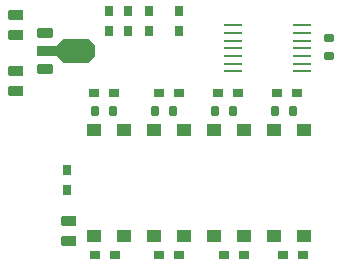
<source format=gbr>
G04 DipTrace 4.0.0.2*
G04 TopPaste.gbr*
%MOIN*%
G04 #@! TF.FileFunction,Paste,Top*
G04 #@! TF.Part,Single*
%AMOUTLINE2*
4,1,28,
-0.024997,-0.01175,
-0.024997,0.011749,
-0.024763,0.013526,
-0.024177,0.014941,
-0.023245,0.016157,
-0.022029,0.017089,
-0.020614,0.017676,
-0.018837,0.01791,
0.018836,0.017911,
0.020613,0.017677,
0.022028,0.017091,
0.023244,0.016158,
0.024176,0.014943,
0.024763,0.013528,
0.024997,0.01175,
0.024997,-0.011749,
0.024763,-0.013526,
0.024177,-0.014941,
0.023245,-0.016157,
0.022029,-0.017089,
0.020614,-0.017676,
0.018837,-0.01791,
-0.018836,-0.017911,
-0.020613,-0.017677,
-0.022028,-0.017091,
-0.023244,-0.016158,
-0.024176,-0.014943,
-0.024763,-0.013528,
-0.024997,-0.01175,
0*%
%AMOUTLINE5*
4,1,28,
0.024997,0.01175,
0.024997,-0.011749,
0.024763,-0.013526,
0.024177,-0.014941,
0.023245,-0.016157,
0.022029,-0.017089,
0.020614,-0.017676,
0.018837,-0.01791,
-0.018836,-0.017911,
-0.020613,-0.017677,
-0.022028,-0.017091,
-0.023244,-0.016158,
-0.024176,-0.014943,
-0.024763,-0.013528,
-0.024997,-0.01175,
-0.024997,0.011749,
-0.024763,0.013526,
-0.024177,0.014941,
-0.023245,0.016157,
-0.022029,0.017089,
-0.020614,0.017676,
-0.018837,0.01791,
0.018836,0.017911,
0.020613,0.017677,
0.022028,0.017091,
0.023244,0.016158,
0.024176,0.014943,
0.024763,0.013528,
0.024997,0.01175,
0*%
%AMOUTLINE8*
4,1,28,
0.015154,0.008206,
0.015154,-0.008206,
0.014961,-0.009678,
0.014492,-0.010808,
0.013748,-0.011779,
0.012777,-0.012524,
0.011646,-0.012992,
0.010175,-0.013186,
-0.010175,-0.013186,
-0.011646,-0.012992,
-0.012777,-0.012524,
-0.013748,-0.011779,
-0.014492,-0.010808,
-0.014961,-0.009678,
-0.015154,-0.008206,
-0.015154,0.008206,
-0.014961,0.009678,
-0.014492,0.010808,
-0.013748,0.011779,
-0.012777,0.012524,
-0.011646,0.012992,
-0.010175,0.013186,
0.010175,0.013186,
0.011646,0.012992,
0.012777,0.012524,
0.013748,0.011779,
0.014492,0.010808,
0.014961,0.009678,
0.015154,0.008206,
0*%
%AMOUTLINE11*
4,1,28,
-0.015154,-0.008206,
-0.015154,0.008206,
-0.014961,0.009678,
-0.014492,0.010808,
-0.013748,0.011779,
-0.012777,0.012524,
-0.011646,0.012992,
-0.010175,0.013186,
0.010175,0.013186,
0.011646,0.012992,
0.012777,0.012524,
0.013748,0.011779,
0.014492,0.010808,
0.014961,0.009678,
0.015154,0.008206,
0.015154,-0.008206,
0.014961,-0.009678,
0.014492,-0.010808,
0.013748,-0.011779,
0.012777,-0.012524,
0.011646,-0.012992,
0.010175,-0.013186,
-0.010175,-0.013186,
-0.011646,-0.012992,
-0.012777,-0.012524,
-0.013748,-0.011779,
-0.014492,-0.010808,
-0.014961,-0.009678,
-0.015154,-0.008206,
0*%
%AMOUTLINE14*
4,1,28,
0.008206,-0.015154,
-0.008206,-0.015154,
-0.009678,-0.014961,
-0.010808,-0.014492,
-0.011779,-0.013748,
-0.012524,-0.012777,
-0.012992,-0.011646,
-0.013186,-0.010175,
-0.013186,0.010175,
-0.012992,0.011646,
-0.012524,0.012777,
-0.011779,0.013748,
-0.010808,0.014492,
-0.009678,0.014961,
-0.008206,0.015154,
0.008206,0.015154,
0.009678,0.014961,
0.010808,0.014492,
0.011779,0.013748,
0.012524,0.012777,
0.012992,0.011646,
0.013186,0.010175,
0.013186,-0.010175,
0.012992,-0.011646,
0.012524,-0.012777,
0.011779,-0.013748,
0.010808,-0.014492,
0.009678,-0.014961,
0.008206,-0.015154,
0*%
%AMOUTLINE17*
4,1,28,
-0.008206,0.015154,
0.008206,0.015154,
0.009678,0.014961,
0.010808,0.014492,
0.011779,0.013748,
0.012524,0.012777,
0.012992,0.011646,
0.013186,0.010175,
0.013186,-0.010175,
0.012992,-0.011646,
0.012524,-0.012777,
0.011779,-0.013748,
0.010808,-0.014492,
0.009678,-0.014961,
0.008206,-0.015154,
-0.008206,-0.015154,
-0.009678,-0.014961,
-0.010808,-0.014492,
-0.011779,-0.013748,
-0.012524,-0.012777,
-0.012992,-0.011646,
-0.013186,-0.010175,
-0.013186,0.010175,
-0.012992,0.011646,
-0.012524,0.012777,
-0.011779,0.013748,
-0.010808,0.014492,
-0.009678,0.014961,
-0.008206,0.015154,
0*%
%AMOUTLINE20*
4,1,28,
-0.019427,0.015744,
0.019426,0.015746,
0.021203,0.015512,
0.022619,0.014925,
0.023834,0.013993,
0.024767,0.012778,
0.025353,0.011362,
0.025587,0.009585,
0.025588,-0.009584,
0.025354,-0.011361,
0.024768,-0.012776,
0.023835,-0.013991,
0.02262,-0.014924,
0.021204,-0.01551,
0.019427,-0.015744,
-0.019426,-0.015746,
-0.021203,-0.015512,
-0.022619,-0.014925,
-0.023834,-0.013993,
-0.024767,-0.012778,
-0.025353,-0.011362,
-0.025587,-0.009585,
-0.025588,0.009584,
-0.025354,0.011361,
-0.024768,0.012776,
-0.023835,0.013991,
-0.02262,0.014924,
-0.021204,0.01551,
-0.019427,0.015744,
0*%
%AMOUTLINE23*
4,1,10,
-0.096453,-0.015748,
-0.031832,-0.015746,
-0.008209,-0.039367,
0.075141,-0.039365,
0.096454,-0.01805,
0.096453,0.018056,
0.075138,0.039369,
-0.008212,0.039367,
-0.031833,0.015744,
-0.096454,0.015742,
-0.096453,-0.015748,
0*%
%AMOUTLINE26*
4,1,12,
-0.031493,-0.003679,
-0.031493,0.003679,
-0.031463,0.003904,
-0.031238,0.003934,
0.031238,0.003934,
0.031463,0.003904,
0.031493,0.003679,
0.031493,-0.003679,
0.031463,-0.003904,
0.031238,-0.003934,
-0.031238,-0.003934,
-0.031463,-0.003904,
-0.031493,-0.003679,
0*%
%ADD40R,0.03149X0.035427*%
%ADD42R,0.035427X0.03149*%
%ADD46R,0.051175X0.043301*%
%ADD56OUTLINE2*%
%ADD59OUTLINE5*%
%ADD62OUTLINE8*%
%ADD65OUTLINE11*%
%ADD68OUTLINE14*%
%ADD71OUTLINE17*%
%ADD74OUTLINE20*%
%ADD77OUTLINE23*%
%ADD80OUTLINE26*%
%FSLAX26Y26*%
G04*
G70*
G90*
G75*
G01*
G04 TopPaste*
%LPD*%
D56*
X531501Y1816786D3*
D59*
X531499Y1883715D3*
Y1696214D3*
D56*
X531501Y1629285D3*
X708961Y1128252D3*
D59*
Y1195181D3*
D62*
X1575251Y1804777D3*
D65*
Y1745722D3*
D68*
X1054778Y1562751D3*
D71*
X995723D3*
D68*
X1254778D3*
D71*
X1195723D3*
D68*
X1454777D3*
D71*
X1395722D3*
D68*
X854777D3*
D71*
X795722D3*
D46*
X1492031Y1144877D3*
Y1499207D3*
X1392031Y1144877D3*
Y1499207D3*
X1292031Y1144877D3*
Y1499207D3*
X1192031Y1144877D3*
Y1499207D3*
X1092031Y1144877D3*
Y1499207D3*
X992031Y1144877D3*
Y1499207D3*
X892031Y1144877D3*
Y1499207D3*
X792031Y1144877D3*
Y1499207D3*
D74*
X629382Y1821802D3*
D77*
X700250Y1762749D3*
D74*
X629385Y1703692D3*
D42*
X794541Y1083833D3*
X861470D3*
X1010142Y1083832D3*
X1077071Y1083834D3*
X1226677Y1083245D3*
X1293606D3*
X1422592D3*
X1489521D3*
X860535Y1621420D3*
X793606D3*
X1077071D3*
X1010142D3*
X1273921D3*
X1206992D3*
X1470772D3*
X1403843D3*
D40*
X702711Y1298232D3*
Y1365161D3*
X844000Y1896215D3*
Y1829286D3*
X906500Y1896215D3*
Y1829286D3*
X975249Y1896215D3*
Y1829286D3*
X1075249Y1896215D3*
Y1829286D3*
D80*
X1257533Y1848724D3*
Y1823134D3*
Y1797543D3*
Y1771953D3*
Y1746362D3*
Y1720772D3*
X1257541Y1695181D3*
X1485879D3*
Y1720772D3*
Y1746362D3*
Y1771953D3*
Y1797543D3*
Y1823134D3*
Y1848724D3*
M02*

</source>
